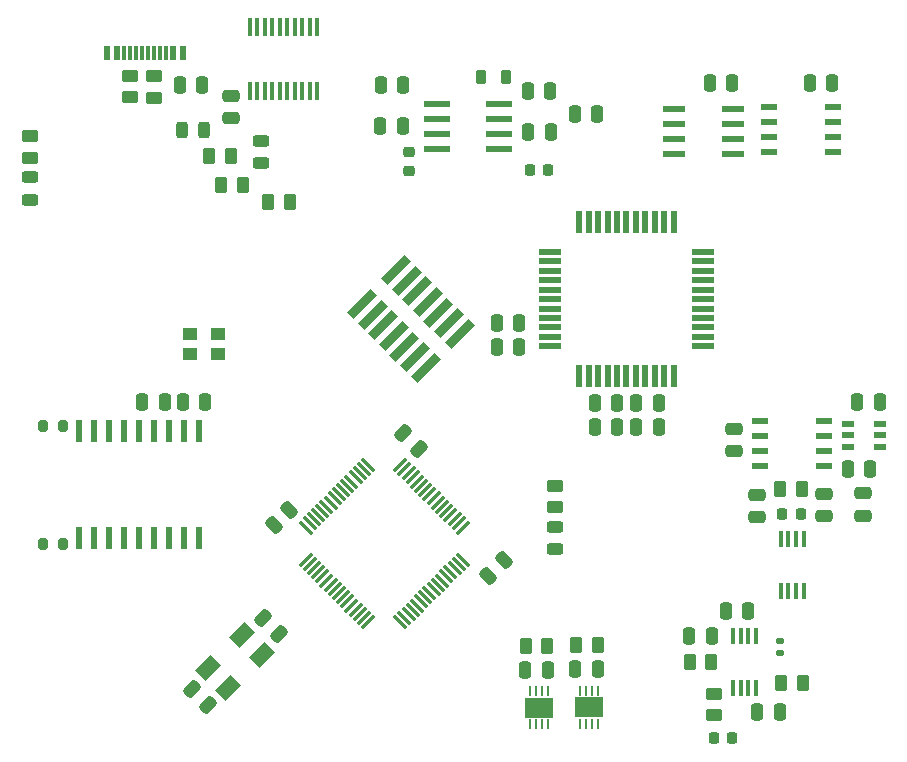
<source format=gtp>
%TF.GenerationSoftware,KiCad,Pcbnew,8.0.1*%
%TF.CreationDate,2024-04-16T19:56:43-05:00*%
%TF.ProjectId,PCB-1-2,5043422d-312d-4322-9e6b-696361645f70,rev?*%
%TF.SameCoordinates,Original*%
%TF.FileFunction,Paste,Top*%
%TF.FilePolarity,Positive*%
%FSLAX46Y46*%
G04 Gerber Fmt 4.6, Leading zero omitted, Abs format (unit mm)*
G04 Created by KiCad (PCBNEW 8.0.1) date 2024-04-16 19:56:43*
%MOMM*%
%LPD*%
G01*
G04 APERTURE LIST*
G04 Aperture macros list*
%AMRoundRect*
0 Rectangle with rounded corners*
0 $1 Rounding radius*
0 $2 $3 $4 $5 $6 $7 $8 $9 X,Y pos of 4 corners*
0 Add a 4 corners polygon primitive as box body*
4,1,4,$2,$3,$4,$5,$6,$7,$8,$9,$2,$3,0*
0 Add four circle primitives for the rounded corners*
1,1,$1+$1,$2,$3*
1,1,$1+$1,$4,$5*
1,1,$1+$1,$6,$7*
1,1,$1+$1,$8,$9*
0 Add four rect primitives between the rounded corners*
20,1,$1+$1,$2,$3,$4,$5,0*
20,1,$1+$1,$4,$5,$6,$7,0*
20,1,$1+$1,$6,$7,$8,$9,0*
20,1,$1+$1,$8,$9,$2,$3,0*%
%AMRotRect*
0 Rectangle, with rotation*
0 The origin of the aperture is its center*
0 $1 length*
0 $2 width*
0 $3 Rotation angle, in degrees counterclockwise*
0 Add horizontal line*
21,1,$1,$2,0,0,$3*%
G04 Aperture macros list end*
%ADD10RoundRect,0.218750X-0.218750X-0.381250X0.218750X-0.381250X0.218750X0.381250X-0.218750X0.381250X0*%
%ADD11RoundRect,0.250000X0.450000X-0.262500X0.450000X0.262500X-0.450000X0.262500X-0.450000X-0.262500X0*%
%ADD12RoundRect,0.250000X0.250000X0.475000X-0.250000X0.475000X-0.250000X-0.475000X0.250000X-0.475000X0*%
%ADD13RoundRect,0.250000X-0.450000X0.262500X-0.450000X-0.262500X0.450000X-0.262500X0.450000X0.262500X0*%
%ADD14RoundRect,0.250000X-0.250000X-0.475000X0.250000X-0.475000X0.250000X0.475000X-0.250000X0.475000X0*%
%ADD15RoundRect,0.250000X-0.262500X-0.450000X0.262500X-0.450000X0.262500X0.450000X-0.262500X0.450000X0*%
%ADD16RotRect,0.740000X2.790000X315.000000*%
%ADD17RoundRect,0.243750X-0.243750X-0.456250X0.243750X-0.456250X0.243750X0.456250X-0.243750X0.456250X0*%
%ADD18R,0.558800X1.981200*%
%ADD19RoundRect,0.250000X0.475000X-0.250000X0.475000X0.250000X-0.475000X0.250000X-0.475000X-0.250000X0*%
%ADD20RoundRect,0.250000X0.512652X0.159099X0.159099X0.512652X-0.512652X-0.159099X-0.159099X-0.512652X0*%
%ADD21RotRect,1.200000X1.800000X315.000000*%
%ADD22R,0.431800X1.333500*%
%ADD23RoundRect,0.140000X-0.170000X0.140000X-0.170000X-0.140000X0.170000X-0.140000X0.170000X0.140000X0*%
%ADD24RoundRect,0.250000X-0.159099X0.512652X-0.512652X0.159099X0.159099X-0.512652X0.512652X-0.159099X0*%
%ADD25R,0.254000X0.812800*%
%ADD26R,2.489200X1.752600*%
%ADD27RoundRect,0.250000X-0.475000X0.250000X-0.475000X-0.250000X0.475000X-0.250000X0.475000X0.250000X0*%
%ADD28RoundRect,0.225000X-0.250000X0.225000X-0.250000X-0.225000X0.250000X-0.225000X0.250000X0.225000X0*%
%ADD29R,0.355600X1.498600*%
%ADD30RoundRect,0.243750X0.456250X-0.243750X0.456250X0.243750X-0.456250X0.243750X-0.456250X-0.243750X0*%
%ADD31R,0.600000X1.150000*%
%ADD32R,0.300000X1.150000*%
%ADD33R,1.981200X0.533400*%
%ADD34RoundRect,0.200000X0.200000X0.275000X-0.200000X0.275000X-0.200000X-0.275000X0.200000X-0.275000X0*%
%ADD35RoundRect,0.225000X0.225000X0.250000X-0.225000X0.250000X-0.225000X-0.250000X0.225000X-0.250000X0*%
%ADD36R,1.460500X0.533400*%
%ADD37RoundRect,0.225000X-0.225000X-0.250000X0.225000X-0.250000X0.225000X0.250000X-0.225000X0.250000X0*%
%ADD38RoundRect,0.020400X0.919600X0.234600X-0.919600X0.234600X-0.919600X-0.234600X0.919600X-0.234600X0*%
%ADD39RoundRect,0.020400X-0.234600X0.919600X-0.234600X-0.919600X0.234600X-0.919600X0.234600X0.919600X0*%
%ADD40R,2.209800X0.609600*%
%ADD41R,0.977900X0.558800*%
%ADD42R,1.300000X1.050000*%
%ADD43RoundRect,0.250000X-0.512652X-0.159099X-0.159099X-0.512652X0.512652X0.159099X0.159099X0.512652X0*%
%ADD44RoundRect,0.243750X-0.456250X0.243750X-0.456250X-0.243750X0.456250X-0.243750X0.456250X0.243750X0*%
%ADD45RoundRect,0.250000X0.262500X0.450000X-0.262500X0.450000X-0.262500X-0.450000X0.262500X-0.450000X0*%
%ADD46RoundRect,0.011200X-0.420729X-0.602879X0.602879X0.420729X0.420729X0.602879X-0.602879X-0.420729X0*%
%ADD47RoundRect,0.050400X0.420729X-0.547442X0.547442X-0.420729X-0.420729X0.547442X-0.547442X0.420729X0*%
G04 APERTURE END LIST*
D10*
X101165996Y-67486615D03*
X103290996Y-67486615D03*
D11*
X73549928Y-69251169D03*
X73549928Y-67426169D03*
D12*
X122450000Y-68000000D03*
X120550000Y-68000000D03*
D13*
X120952461Y-119719404D03*
X120952461Y-121544404D03*
D14*
X102550003Y-88300001D03*
X104450001Y-88300001D03*
X118820031Y-114840422D03*
X120720029Y-114840422D03*
D15*
X118865464Y-117011906D03*
X120690464Y-117011906D03*
D16*
X91124221Y-86720792D03*
X94002145Y-83842868D03*
X92022246Y-87618818D03*
X94900171Y-84740893D03*
X92920272Y-88516844D03*
X95798197Y-85638919D03*
X93818298Y-89414869D03*
X96696222Y-86536945D03*
X94716323Y-90312895D03*
X97594248Y-87434970D03*
X95614349Y-91210921D03*
X98492274Y-88332996D03*
X96512375Y-92108946D03*
X99390299Y-89231022D03*
D17*
X75852677Y-71988894D03*
X77727677Y-71988894D03*
D14*
X105158652Y-68647111D03*
X107058652Y-68647111D03*
D13*
X107500000Y-102087500D03*
X107500000Y-103912500D03*
D18*
X77350000Y-97457600D03*
X76080000Y-97457600D03*
X74810000Y-97457600D03*
X73540000Y-97457600D03*
X72270000Y-97457600D03*
X71000000Y-97457600D03*
X69730000Y-97457600D03*
X68460000Y-97457600D03*
X67190000Y-97457600D03*
X67190000Y-106500000D03*
X68460000Y-106500000D03*
X69730000Y-106500000D03*
X71000000Y-106500000D03*
X72270000Y-106500000D03*
X73540000Y-106500000D03*
X74810000Y-106500000D03*
X76080000Y-106500000D03*
X77350000Y-106500000D03*
D19*
X133541531Y-104631742D03*
X133541531Y-102731744D03*
D12*
X77608652Y-68147111D03*
X75708652Y-68147111D03*
D20*
X95969848Y-99009693D03*
X94626346Y-97666191D03*
D14*
X92658652Y-71647111D03*
X94558652Y-71647111D03*
D21*
X80943872Y-114737258D03*
X78115445Y-117565685D03*
X79812502Y-119262742D03*
X82640929Y-116434315D03*
D22*
X122525001Y-119216150D03*
X123174999Y-119216150D03*
X123825001Y-119216150D03*
X124474999Y-119216150D03*
X124474999Y-114783850D03*
X123825001Y-114783850D03*
X123174999Y-114783850D03*
X122525001Y-114783850D03*
D19*
X124550843Y-104752542D03*
X124550843Y-102852544D03*
D23*
X126525001Y-115275473D03*
X126525001Y-116235473D03*
D24*
X103161124Y-108393001D03*
X101817622Y-109736503D03*
D25*
X106837501Y-119500000D03*
X106337500Y-119500000D03*
X105837500Y-119500000D03*
X105337499Y-119500000D03*
X105337499Y-122294000D03*
X105837500Y-122294000D03*
X106337500Y-122294000D03*
X106837501Y-122294000D03*
D26*
X106087500Y-120897000D03*
D15*
X126612501Y-118783850D03*
X128437501Y-118783850D03*
D27*
X79998671Y-69061163D03*
X79998671Y-70961163D03*
D28*
X95108652Y-73872111D03*
X95108652Y-75422111D03*
D13*
X63000000Y-72525002D03*
X63000000Y-74350002D03*
D12*
X123819980Y-112738542D03*
X121919982Y-112738542D03*
D15*
X83196152Y-78104730D03*
X85021152Y-78104730D03*
D29*
X87323652Y-63236911D03*
X86688652Y-63236911D03*
X86053652Y-63236911D03*
X85418652Y-63236911D03*
X84783652Y-63236911D03*
X84148652Y-63236911D03*
X83513652Y-63236911D03*
X82878652Y-63236911D03*
X82243652Y-63236911D03*
X81608652Y-63236911D03*
X81608652Y-68647111D03*
X82243652Y-68647111D03*
X82878652Y-68647111D03*
X83513652Y-68647111D03*
X84148652Y-68647111D03*
X84783652Y-68647111D03*
X85418652Y-68647111D03*
X86053652Y-68647111D03*
X86688652Y-68647111D03*
X87323652Y-68647111D03*
D12*
X111095797Y-117617844D03*
X109195797Y-117617844D03*
D11*
X71459979Y-69225089D03*
X71459979Y-67400089D03*
D15*
X126516405Y-102339642D03*
X128341405Y-102339642D03*
D14*
X114329525Y-95090562D03*
X116229523Y-95090562D03*
D30*
X63000000Y-77875002D03*
X63000000Y-76000000D03*
D14*
X124575002Y-121283849D03*
X126475000Y-121283849D03*
D31*
X75950000Y-65500000D03*
X75150000Y-65500000D03*
D32*
X74000000Y-65500000D03*
X73000000Y-65500000D03*
X72500000Y-65500000D03*
X71500000Y-65500000D03*
D31*
X69550000Y-65500000D03*
X70350000Y-65500000D03*
D32*
X71000000Y-65500000D03*
X72000000Y-65500000D03*
X73500000Y-65500000D03*
X74500000Y-65500000D03*
D14*
X132238819Y-100685191D03*
X134138817Y-100685191D03*
X114334644Y-97127875D03*
X116234642Y-97127875D03*
D33*
X117572400Y-70190000D03*
X117572400Y-71460000D03*
X117572400Y-72730000D03*
X117572400Y-74000000D03*
X122500000Y-74000000D03*
X122500000Y-72730000D03*
X122500000Y-71460000D03*
X122500000Y-70190000D03*
D34*
X65785000Y-96999999D03*
X64135000Y-96999999D03*
D24*
X84970910Y-104117889D03*
X83627408Y-105461391D03*
D35*
X128247688Y-104465209D03*
X126697688Y-104465209D03*
D36*
X125551700Y-70000000D03*
X125551700Y-71270000D03*
X125551700Y-72540000D03*
X125551700Y-73810000D03*
X131000000Y-73810000D03*
X131000000Y-72540000D03*
X131000000Y-71270000D03*
X131000000Y-70000000D03*
D37*
X120902087Y-123476835D03*
X122452087Y-123476835D03*
D15*
X79196152Y-76647111D03*
X81021152Y-76647111D03*
D14*
X92708652Y-68147111D03*
X94608652Y-68147111D03*
D22*
X128525841Y-106586393D03*
X127875843Y-106586393D03*
X127225841Y-106586393D03*
X126575843Y-106586393D03*
X126575843Y-111018693D03*
X127225841Y-111018693D03*
X127875843Y-111018693D03*
X128525841Y-111018693D03*
D12*
X112726309Y-97133664D03*
X110826311Y-97133664D03*
D38*
X120000000Y-90300000D03*
X120000000Y-89500000D03*
X120000000Y-88700000D03*
X120000000Y-87900000D03*
X120000000Y-87099999D03*
X120000000Y-86300000D03*
X120000000Y-85500001D03*
X120000000Y-84700000D03*
X120000000Y-83900000D03*
X120000000Y-83100000D03*
X120000000Y-82300000D03*
D39*
X117510000Y-79810000D03*
X116710000Y-79810000D03*
X115910000Y-79810000D03*
X115110000Y-79810000D03*
X114309999Y-79810000D03*
X113510000Y-79810000D03*
X112710001Y-79810000D03*
X111910000Y-79810000D03*
X111110000Y-79810000D03*
X110310000Y-79810000D03*
X109510000Y-79810000D03*
D38*
X107020000Y-82300000D03*
X107020000Y-83100000D03*
X107020000Y-83900000D03*
X107020000Y-84700000D03*
X107020000Y-85500001D03*
X107020000Y-86300000D03*
X107020000Y-87099999D03*
X107020000Y-87900000D03*
X107020000Y-88700000D03*
X107020000Y-89500000D03*
X107020000Y-90300000D03*
D39*
X109510000Y-92790000D03*
X110310000Y-92790000D03*
X111110000Y-92790000D03*
X111910000Y-92790000D03*
X112710001Y-92790000D03*
X113510000Y-92790000D03*
X114309999Y-92790000D03*
X115110000Y-92790000D03*
X115910000Y-92790000D03*
X116710000Y-92790000D03*
X117510000Y-92790000D03*
D12*
X106838631Y-117730550D03*
X104938631Y-117730550D03*
D40*
X97507692Y-69742111D03*
X97507692Y-71012111D03*
X97507692Y-72282111D03*
X97507692Y-73552111D03*
X102709612Y-73552111D03*
X102709612Y-72282111D03*
X102709612Y-71012111D03*
X102709612Y-69742111D03*
D14*
X75950001Y-94999999D03*
X77849999Y-94999999D03*
D41*
X134972549Y-98795287D03*
X134972550Y-97845286D03*
X134972549Y-96895285D03*
X132242049Y-96895285D03*
X132242048Y-97845286D03*
X132242049Y-98795287D03*
D20*
X78069641Y-120658144D03*
X76726139Y-119314642D03*
D12*
X130950000Y-68000000D03*
X129050000Y-68000000D03*
X112725533Y-95090562D03*
X110825535Y-95090562D03*
D15*
X104998176Y-115709756D03*
X106823176Y-115709756D03*
D19*
X130252235Y-104671384D03*
X130252235Y-102771386D03*
D15*
X109237395Y-115620010D03*
X111062395Y-115620010D03*
D42*
X78888863Y-89224069D03*
X76588863Y-89224069D03*
X76588863Y-90974069D03*
X78888863Y-90974069D03*
D37*
X105313705Y-75367041D03*
X106863705Y-75367041D03*
D14*
X133050001Y-95000000D03*
X134949999Y-95000000D03*
X109158652Y-70647111D03*
X111058652Y-70647111D03*
X105208652Y-72147111D03*
X107108652Y-72147111D03*
D25*
X111087500Y-119470844D03*
X110587499Y-119470844D03*
X110087499Y-119470844D03*
X109587498Y-119470844D03*
X109587498Y-122264844D03*
X110087499Y-122264844D03*
X110587499Y-122264844D03*
X111087500Y-122264844D03*
D26*
X110337499Y-120867844D03*
D43*
X82726139Y-113314642D03*
X84069641Y-114658144D03*
D44*
X82608652Y-72869611D03*
X82608652Y-74744611D03*
D19*
X122655533Y-99170495D03*
X122655533Y-97270497D03*
D45*
X80021152Y-74147111D03*
X78196152Y-74147111D03*
D30*
X107500000Y-107437500D03*
X107500000Y-105562500D03*
D14*
X102550002Y-90345080D03*
X104450000Y-90345080D03*
D12*
X74409999Y-94999999D03*
X72510001Y-94999999D03*
D46*
X86339054Y-108357645D03*
X86692608Y-108711198D03*
X87046161Y-109064752D03*
X87399714Y-109418305D03*
X87753268Y-109771859D03*
X88106821Y-110125412D03*
X88460374Y-110478965D03*
X88813928Y-110832519D03*
X89167481Y-111186072D03*
X89521035Y-111539626D03*
X89874588Y-111893179D03*
X90228141Y-112246732D03*
X90581695Y-112600286D03*
X90935248Y-112953839D03*
X91288802Y-113307392D03*
X91642355Y-113660946D03*
D47*
X94357645Y-113660946D03*
X94711198Y-113307392D03*
X95064752Y-112953839D03*
X95418305Y-112600286D03*
X95771859Y-112246732D03*
X96125412Y-111893179D03*
X96478965Y-111539626D03*
X96832519Y-111186072D03*
X97186072Y-110832519D03*
X97539626Y-110478965D03*
X97893179Y-110125412D03*
X98246732Y-109771859D03*
X98600286Y-109418305D03*
X98953839Y-109064752D03*
X99307392Y-108711198D03*
X99660946Y-108357645D03*
D46*
X99660946Y-105642355D03*
X99307392Y-105288802D03*
X98953839Y-104935248D03*
X98600286Y-104581695D03*
X98246732Y-104228141D03*
X97893179Y-103874588D03*
X97539626Y-103521035D03*
X97186072Y-103167481D03*
X96832519Y-102813928D03*
X96478965Y-102460374D03*
X96125412Y-102106821D03*
X95771859Y-101753268D03*
X95418305Y-101399714D03*
X95064752Y-101046161D03*
X94711198Y-100692608D03*
X94357645Y-100339054D03*
D47*
X91642355Y-100339054D03*
X91288802Y-100692608D03*
X90935248Y-101046161D03*
X90581695Y-101399714D03*
X90228141Y-101753268D03*
X89874588Y-102106821D03*
X89521035Y-102460374D03*
X89167481Y-102813928D03*
X88813928Y-103167481D03*
X88460374Y-103521035D03*
X88106821Y-103874588D03*
X87753268Y-104228141D03*
X87399714Y-104581695D03*
X87046161Y-104935248D03*
X86692608Y-105288802D03*
X86339054Y-105642355D03*
D36*
X130224150Y-100404999D03*
X130224150Y-99135000D03*
X130224150Y-97865000D03*
X130224150Y-96595001D03*
X124775850Y-96595001D03*
X124775850Y-97865000D03*
X124775850Y-99135000D03*
X124775850Y-100404999D03*
D34*
X65785000Y-106999999D03*
X64135000Y-106999999D03*
M02*

</source>
